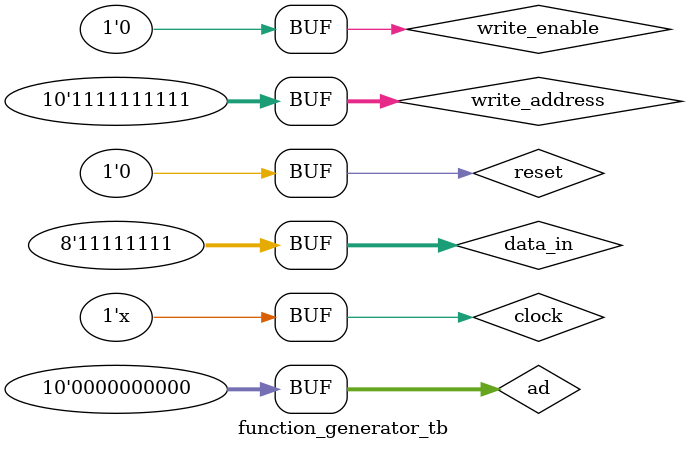
<source format=v>
`timescale 1ns / 1ps

module function_generator #(
	parameter DATA_BUS_WIDTH = 8, // should correspond to corresponding oserdes input width
	parameter ADDRESS_BUS_DEPTH = 10,
	parameter NUMBER_OF_CHANNELS = 1
	//parameter CHANNELS_LOG2 = $clog2(NUMBER_OF_CHANNELS),
	//parameter CHANNELS_LOG2 = 3, // hardcoded to a max of 8 channels here
	//parameter CHANNELS_LOG2 = 2
) (
	input clock,
	input reset,
//	input [NUMBER_OF_CHANNELS-1:0] outputs_enabled,
	input [$clog2(NUMBER_OF_CHANNELS)-1:0] channel,
	input [DATA_BUS_WIDTH-1:0] data_in,
	input [ADDRESS_BUS_DEPTH-1:0] write_address,
	input write_enable,
	output [DATA_BUS_WIDTH-1:0] data_out
//	output [NUMBER_OF_CHANNELS-1:0] outputs
	//output output_0, output_1, output_2, output_3,
	//output output_4, output_5, output_6, output_7
);
	reg [9:0] read_address = 0;
//	reg outputs_enabled = 0;
//	reg [NUMBER_OF_CHANNELS-1:0] potential_outputs = 0;
//	reg [channel][ADDRESS_BUS_DEPTH-1:0]
	genvar ch; // generate
	for (ch=0; ch<NUMBER_OF_CHANNELS; ch=ch+1) begin : chan
		RAM_s6_8k mem (.write_clock(clock), .read_clock(clock), .reset(reset), .data_in(data_in), .data_out(data_out), .write_address(write_address), .read_address(read_address), .write_enable(write_enable), .read_enable(1'b1));
		always @(posedge clock) begin
			if (reset) begin
				read_address <= 0;
//				write_address <= 0;
//				potential_outputs[i] <= 0;
///			end else if (write) begin
//				memory[channel][address] <= data;
			end else begin
				read_address[9:0] <= read_address + 1;
//				if (outputs_enabled[i]) begin
//					potential_outputs[i] <= 1;
//				end
			end
		end
	end // end generate
//	wire [NUMBER_OF_CHANNELS-1:0] outputs;
//	assign outputs = potential_outputs;
//	assign { output_0, output_1, output_2, output_3, output_4, output_5, output_6, output_7 } = outputs;
endmodule

module function_generator_tb;
	parameter DATA_BUS_WIDTH = 8; // should correspond to corresponding oserdes input width
	parameter ADDRESS_BUS_DEPTH = 10;
	parameter NUMBER_OF_CHANNELS = 1;
	parameter ADDRESS_MAX = 1024;
	reg clock = 0;
	reg reset = 1;
//	reg [NUMBER_OF_CHANNELS-1:0] outputs_enabled = 0;
//	wire outputs;
	reg [DATA_BUS_WIDTH-1:0] data_in = 0;
	reg [ADDRESS_BUS_DEPTH-1:0] write_address = 0;
	reg write_enable = 0;
	wire [DATA_BUS_WIDTH-1:0] data_out;
	function_generator #(
		.DATA_BUS_WIDTH(DATA_BUS_WIDTH),
		.ADDRESS_BUS_DEPTH(ADDRESS_BUS_DEPTH),
		.NUMBER_OF_CHANNELS(NUMBER_OF_CHANNELS)
	) fg (
		.clock(clock),
		.reset(reset),
		.write_address(write_address),
		.data_in(data_in),
		.write_enable(write_enable),
		.data_out(data_out)
//		.outputs_enabled(outputs_enabled),
//		.outputs(outputs)
	);
	reg [ADDRESS_BUS_DEPTH-1:0] ad; // generate
	initial begin
		clock <= 0;
		reset <= 1;
//		outputs_enabled <= 8'b11111111;
		data_in <= 0;
		write_address <= 0;
		write_enable <= 0;
		#8;
		reset <= 0;
		#8;
		for (ad=0; ad<ADDRESS_MAX; ad=ad+1) begin : ramp
			write_address <= ad;
			if (0) begin
				if (write_address==123) begin
					data_in <= 1;
				end else begin
					data_in <= 0;
				end
			end else begin
				data_in <= ad[7:0];
			end
			#8;
			write_enable <= 1;
			#8;
			write_enable <= 0;
			#8;
		end // end generate
//		outputs_enabled <= 8'b00000000;
//		#500;
//		outputs_enabled <= 8'b00000001;
//		#500;
//		outputs_enabled <= 8'b00000010;
//		#500;
//		outputs_enabled <= 8'b00000011;
//		#500;
//		outputs_enabled <= 8'b00000100;
//		#500;
//		outputs_enabled <= 8'b00000101;
//		#500;
//		outputs_enabled <= 8'b00000110;
//		#500;
//		outputs_enabled <= 8'b00000111;
	end
	always begin
		#4;
		clock = ~clock;
	end
endmodule


</source>
